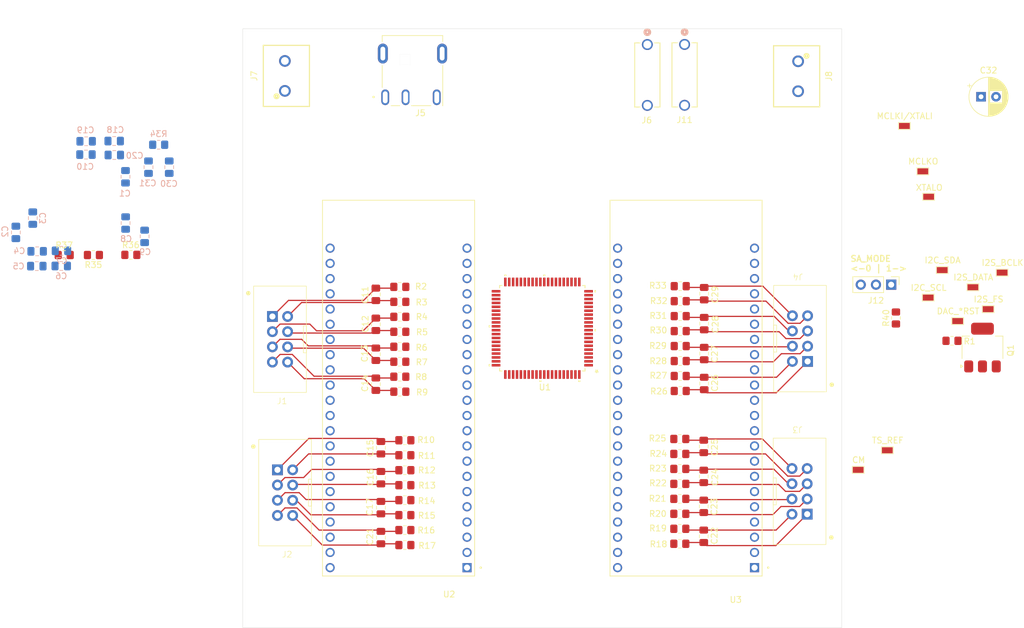
<source format=kicad_pcb>
(kicad_pcb (version 20240108) (generator "pcbnew") (generator_version "8.0")
  (layers (0 "F.Cu" signal) (31 "B.Cu" signal) (34 "B.Paste" user) (35 "F.Paste" user) (36 "B.SilkS" user "B.Silkscreen") (37 "F.SilkS" user "F.Silkscreen") (38 "B.Mask" user) (39 "F.Mask" user) (44 "Edge.Cuts" user))
  (net 0 "")
  (net 1 "+3V3")
  (net 2 "GND")
  (net 3 "Net-(U1-DAC_BIAS2)")
  (net 4 "Net-(U1-DAC_BIAS1)")
  (net 5 "Net-(U1-CM)")
  (net 6 "Net-(U1-TS_REF)")
  (net 7 "Net-(U1-DAC_BIAS4)")
  (net 8 "Net-(U1-DAC_BIAS3)")
  (net 9 "/DAC_filter/Out3N")
  (net 10 "/DAC_filter/Out3P")
  (net 11 "/DAC_filter/Out4P")
  (net 12 "/DAC_filter/Out4N")
  (net 13 "/DAC_filter1/Out3N")
  (net 14 "/DAC_filter1/Out3P")
  (net 15 "+2V5")
  (net 16 "/DAC_filter1/Out4N")
  (net 17 "/DAC_filter1/Out4P")
  (net 18 "/DAC_filter2/Out3N")
  (net 19 "/DAC_filter2/Out3P")
  (net 20 "/DAC_filter2/Out4N")
  (net 21 "/DAC_filter2/Out4P")
  (net 22 "/DAC_filter3/Out3N")
  (net 23 "/DAC_filter3/Out3P")
  (net 24 "/DAC_filter3/Out4N")
  (net 25 "/DAC_filter3/Out4P")
  (net 26 "/LF")
  (net 27 "Net-(C30-Pad2)")
  (net 28 "+5V")
  (net 29 "+24V")
  (net 30 "/VDRIVE")
  (net 31 "/DAC1P")
  (net 32 "/DAC1N")
  (net 33 "/DAC2P")
  (net 34 "/DAC2N")
  (net 35 "/DAC3P")
  (net 36 "/DAC3N")
  (net 37 "/DAC4P")
  (net 38 "/DAC4N")
  (net 39 "/DAC5P")
  (net 40 "/DAC5N")
  (net 41 "/DAC6P")
  (net 42 "/DAC6N")
  (net 43 "/DAC7P")
  (net 44 "/DAC7N")
  (net 45 "/DAC8P")
  (net 46 "/DAC8N")
  (net 47 "/DAC9P")
  (net 48 "/DAC9N")
  (net 49 "/DAC10P")
  (net 50 "/DAC10N")
  (net 51 "/DAC11P")
  (net 52 "/DAC11N")
  (net 53 "/DAC12P")
  (net 54 "/DAC12N")
  (net 55 "/DAC13P")
  (net 56 "/DAC13N")
  (net 57 "/DAC14P")
  (net 58 "/DAC14N")
  (net 59 "/DAC15P")
  (net 60 "/DAC15N")
  (net 61 "/DAC16P")
  (net 62 "/DAC16N")
  (net 63 "/DAC_*RST")
  (net 64 "/MCLKI{slash}XTALI")
  (net 65 "/XTALO")
  (net 66 "/MCLKO")
  (net 67 "/GPIO4")
  (net 68 "/GPIO5")
  (net 69 "/GPIO6")
  (net 70 "/GPIO8")
  (net 71 "/GPIO9")
  (net 74 "Net-(J12-Pin_2)")
  (net 76 "/SA_MODE")
  (net 79 "/GPIO1")
  (net 80 "/GPIO47")
  (net 81 "/GPIO42")
  (net 82 "/GPIO16")
  (net 83 "/GPIO11")
  (net 84 "/GPIO15")
  (net 85 "/GPIO10")
  (net 86 "/GPIO21")
  (net 87 "/GPIO48")
  (net 88 "/GPIO2")
  (net 89 "/RST")
  (net 90 "/GPIO17")
  (net 91 "/GPIO41")
  (net 92 "/GPIO46")
  (net 93 "/GPIO13")
  (net 94 "/GPIO43")
  (net 95 "/GPIO45")
  (net 96 "/GPIO19")
  (net 97 "/GPIO38")
  (net 98 "/GPIO18")
  (net 99 "/GPIO14")
  (net 100 "/GPIO12")
  (net 101 "/GPIO37")
  (net 102 "/GPIO35")
  (net 103 "/GPIO0")
  (net 104 "/GPIO40")
  (net 105 "/GPIO36")
  (net 106 "/GPIO20")
  (net 107 "/GPIO3")
  (net 108 "/GPIO44")
  (net 109 "/GPIO39")
  (net 110 "/DAC_filter/Out1N")
  (net 111 "/DAC_filter/Out1P")
  (net 112 "/DAC_filter/Out2N")
  (net 113 "/DAC_filter/Out2P")
  (net 114 "/DAC_filter1/Out1N")
  (net 115 "/DAC_filter1/Out1P")
  (net 116 "/DAC_filter1/Out2P")
  (net 117 "/DAC_filter1/Out2N")
  (net 118 "/DAC_filter2/Out1N")
  (net 119 "/DAC_filter2/Out1P")
  (net 120 "/DAC_filter2/Out2N")
  (net 121 "/DAC_filter2/Out2P")
  (net 122 "/DAC_filter3/Out1N")
  (net 123 "/DAC_filter3/Out1P")
  (net 124 "/DAC_filter3/Out2P")
  (net 125 "/DAC_filter3/Out2N")
  (footprint "project_lib:BHR-08-VUA" (layer "F.Cu") (at 99.28625 110.70375)
    (property "Reference" "J1")
    (property "Value" "Conn_02x04_Odd_Even")
  )
  (footprint "Resistor_SMD:R_0805_2012Metric_Pad1.20x1.40mm_HandSolder" (layer "F.Cu") (at 74.38 96.61)
    (property "Reference" "R36")
    (property "Value" "2k")
  )
  (footprint "Resistor_SMD:R_0805_2012Metric_Pad1.20x1.40mm_HandSolder" (layer "F.Cu") (at 119.28625 109.45375 180)
    (property "Reference" "R5")
    (property "Value" "500")
  )
  (footprint "Capacitor_SMD:C_0805_2012Metric_Pad1.18x1.45mm_HandSolder" (layer "F.Cu") (at 116.13 138.81 -90)
    (property "Reference" "C17")
    (property "Value" "4n")
  )
  (footprint "Resistor_SMD:R_0805_2012Metric_Pad1.20x1.40mm_HandSolder" (layer "F.Cu") (at 119.28625 116.95375 180)
    (property "Reference" "R8")
    (property "Value" "500")
  )
  (footprint "project_lib:BHR-08-VUA" (layer "F.Cu") (at 186.035 136.095 180)
    (property "Reference" "J3")
    (property "Value" "Conn_02x04_Odd_Even")
  )
  (footprint "Capacitor_SMD:C_0805_2012Metric_Pad1.18x1.45mm_HandSolder" (layer "F.Cu") (at 170.105 108.085 90)
    (property "Reference" "C28")
    (property "Value" "4n")
  )
  (footprint "Resistor_SMD:R_0805_2012Metric_Pad1.20x1.40mm_HandSolder" (layer "F.Cu") (at 166.105 119.334999)
    (property "Reference" "R26")
    (property "Value" "500")
  )
  (footprint "project_lib:TP_1.8x1mm" (layer "F.Cu") (at 207.5075 103.745)
    (property "Reference" "TP9" (hide yes))
    (property "Value" "I2C_SCL")
  )
  (footprint "Capacitor_SMD:C_0805_2012Metric_Pad1.18x1.45mm_HandSolder" (layer "F.Cu") (at 115.28625 108.20375 -90)
    (property "Reference" "C12")
    (property "Value" "4n")
  )
  (footprint "project_lib:XCVR_ESP32-S3-DEVKITC-1-N8R2" (layer "F.Cu") (at 119.08 118.86 180)
    (property "Reference" "U2")
    (property "Value" "ESP32-S3-DEVKITC-1-N8R2")
  )
  (footprint "project_lib:TP_1.8x1mm" (layer "F.Cu") (at 207.58 86.91)
    (property "Reference" "TP2" (hide yes))
    (property "Value" "XTALO")
  )
  (footprint "Capacitor_SMD:C_0805_2012Metric_Pad1.18x1.45mm_HandSolder" (layer "F.Cu") (at 115.28625 103.20375 -90)
    (property "Reference" "C11")
    (property "Value" "4n")
  )
  (footprint "project_lib:BHR-08-VUA" (layer "F.Cu") (at 186.105 110.585 180)
    (property "Reference" "J4")
    (property "Value" "Conn_02x04_Odd_Even")
  )
  (footprint "Resistor_SMD:R_0805_2012Metric_Pad1.20x1.40mm_HandSolder" (layer "F.Cu") (at 68.13 96.635 180)
    (property "Reference" "R35")
    (property "Value" "2k")
  )
  (footprint "project_lib:TP_1.8x1mm" (layer "F.Cu") (at 206.605 82.66)
    (property "Reference" "TP3" (hide yes))
    (property "Value" "MCLKO")
  )
  (footprint "Resistor_SMD:R_0805_2012Metric_Pad1.20x1.40mm_HandSolder" (layer "F.Cu") (at 202.1175 107.145 90)
    (property "Reference" "R40")
    (property "Value" "2k")
  )
  (footprint "Resistor_SMD:R_0805_2012Metric_Pad1.20x1.40mm_HandSolder" (layer "F.Cu") (at 63.255 96.635)
    (property "Reference" "R37")
    (property "Value" "2k")
  )
  (footprint "Resistor_SMD:R_0805_2012Metric_Pad1.20x1.40mm_HandSolder" (layer "F.Cu") (at 166.105 106.835)
    (property "Reference" "R31")
    (property "Value" "500")
  )
  (footprint "Resistor_SMD:R_0805_2012Metric_Pad1.20x1.40mm_HandSolder" (layer "F.Cu") (at 166.105 104.335)
    (property "Reference" "R32")
    (property "Value" "500")
  )
  (footprint "Capacitor_SMD:C_0805_2012Metric_Pad1.18x1.45mm_HandSolder" (layer "F.Cu") (at 170.035 138.594999 90)
    (property "Reference" "C23")
    (property "Value" "4n")
  )
  (footprint "Resistor_SMD:R_0805_2012Metric_Pad1.20x1.40mm_HandSolder" (layer "F.Cu") (at 120.13 127.56 180)
    (property "Reference" "R10")
    (property "Value" "500")
  )
  (footprint "project_lib:ST_80_2_ADI" (layer "F.Cu") (at 143.08 108.86 180)
    (property "Reference" "U1")
    (property "Value" "ADAU1966AWBSTZ")
  )
  (footprint "Resistor_SMD:R_0805_2012Metric_Pad1.20x1.40mm_HandSolder" (layer "F.Cu") (at 119.28625 101.95375 180)
    (property "Reference" "R2")
    (property "Value" "500")
  )
  (footprint "Resistor_SMD:R_0805_2012Metric_Pad1.20x1.40mm_HandSolder" (layer "F.Cu") (at 166.105 101.835)
    (property "Reference" "R33")
    (property "Value" "500")
  )
  (footprint "Resistor_SMD:R_0805_2012Metric_Pad1.20x1.40mm_HandSolder" (layer "F.Cu") (at 166.035 127.345)
    (property "Reference" "R25")
    (property "Value" "500")
  )
  (footprint "project_lib:XCVR_ESP32-S3-DEVKITC-1-N8R2" (layer "F.Cu") (at 167.08 118.86 180)
    (property "Reference" "U3")
    (property "Value" "ESP32-S3-DEVKITC-1-N8R2")
  )
  (footprint "project_lib:TP_1.8x1mm" (layer "F.Cu") (at 214.9675 102.015)
    (property "Reference" "TP7" (hide yes))
    (property "Value" "I2S_DATA")
  )
  (footprint "project_lib:TP_1.8x1mm" (layer "F.Cu") (at 195.82 132.5)
    (property "Reference" "TP11" (hide yes))
    (property "Value" "CM")
  )
  (footprint "Resistor_SMD:R_0805_2012Metric_Pad1.20x1.40mm_HandSolder" (layer "F.Cu") (at 166.105 111.834999)
    (property "Reference" "R29")
    (property "Value" "500")
  )
  (footprint "Resistor_SMD:R_0805_2012Metric_Pad1.20x1.40mm_HandSolder" (layer "F.Cu") (at 166.035 132.345)
    (property "Reference" "R23")
    (property "Value" "500")
  )
  (footprint "Resistor_SMD:R_0805_2012Metric_Pad1.20x1.40mm_HandSolder" (layer "F.Cu") (at 166.105 109.335)
    (property "Reference" "R30")
    (property "Value" "500")
  )
  (footprint "project_lib:CONN_0752-001" (layer "F.Cu") (at 160.6143 61.4939 -90)
    (property "Reference" "J6")
    (property "Value" "105-0752-001")
  )
  (footprint "Resistor_SMD:R_0805_2012Metric_Pad1.20x1.40mm_HandSolder" (layer "F.Cu") (at 166.105 116.834999)
    (property "Reference" "R27")
    (property "Value" "500")
  )
  (footprint "Resistor_SMD:R_0805_2012Metric_Pad1.20x1.40mm_HandSolder" (layer "F.Cu") (at 166.035 139.844999)
    (property "Reference" "R20")
    (property "Value" "500")
  )
  (footprint "Resistor_SMD:R_0805_2012Metric_Pad1.20x1.40mm_HandSolder" (layer "F.Cu") (at 120.13 145.06 180)
    (property "Reference" "R17")
    (property "Value" "500")
  )
  (footprint "Resistor_SMD:R_0805_2012Metric_Pad1.20x1.40mm_HandSolder" (layer "F.Cu") (at 119.28625 114.45375 180)
    (property "Reference" "R7")
    (property "Value" "500")
  )
  (footprint "Connector_PinHeader_2.54mm:PinHeader_1x03_P2.54mm_Vertical" (layer "F.Cu") (at 201.3275 101.585 -90)
    (property "Reference" "J12")
    (property "Value" "Conn_01x03_Pin")
  )
  (footprint "project_lib:691137710002" (layer "F.Cu") (at 100.1 66.73 90)
    (property "Reference" "J7")
    (property "Value" "Screw_Terminal_01x02")
  )
  (footprint "Capacitor_SMD:C_0805_2012Metric_Pad1.18x1.45mm_HandSolder" (layer "F.Cu") (at 170.035 143.594999 90)
    (property "Reference" "C22")
    (property "Value" "4n")
  )
  (footprint "Resistor_SMD:R_0805_2012Metric_Pad1.20x1.40mm_HandSolder" (layer "F.Cu") (at 166.105 114.334999)
    (property "Reference" "R28")
    (property "Value" "500")
  )
  (footprint "Resistor_SMD:R_0805_2012Metric_Pad1.20x1.40mm_HandSolder" (layer "F.Cu") (at 120.13 142.56 180)
    (property "Reference" "R16")
    (property "Value" "500")
  )
  (footprint "Resistor_SMD:R_0805_2012Metric_Pad1.20x1.40mm_HandSolder" (layer "F.Cu") (at 119.28625 104.45375 180)
    (property "Reference" "R3")
    (property "Value" "500")
  )
  (footprint "project_lib:TP_1.8x1mm" (layer "F.Cu") (at 217.5175 105.675)
    (property "Reference" "TP5" (hide yes))
    (property "Value" "I2S_FS")
  )
  (footprint "project_lib:TP_1.8x1mm" (layer "F.Cu") (at 219.8475 99.575)
    (property "Reference" "TP4" (hide yes))
    (property "Value" "I2S_BCLK")
  )
  (footprint "Package_TO_SOT_SMD:SOT-223-3_TabPin2" (layer "F.Cu") (at 216.5675 112.085 90)
    (property "Reference" "Q1")
    (property "Value" "FZT953")
  )
  (footprint "Resistor_SMD:R_0805_2012Metric_Pad1.20x1.40mm_HandSolder" (layer "F.Cu") (at 120.13 140.06 180)
    (property "Reference" "R15")
    (property "Value" "500")
  )
  (footprint "Resistor_SMD:R_0805_2012Metric_Pad1.20x1.40mm_HandSolder" (layer "F.Cu") (at 119.28625 106.95375 180)
    (property "Reference" "R4")
    (property "Value" "500")
  )
  (footprint "project_lib:TP_1.8x1mm" (layer "F.Cu") (at 200.68 129.235)
    (property "Reference" "TP10" (hide yes))
    (property "Value" "TS_REF")
  )
  (footprint "Resistor_SMD:R_0805_2012Metric_Pad1.20x1.40mm_HandSolder" (layer "F.Cu") (at 119.28625 111.95375 180)
    (property "Reference" "R6")
    (property "Value" "500")
  )
  (footprint "project_lib:CONN_0752-001" (layer "F.Cu") (at 166.8343 61.4739 -90)
    (property "Reference" "J11")
    (property "Value" "105-0752-001")
  )
  (footprint "project_lib:TP_1.8x1mm" (layer "F.Cu") (at 209.8475 99.155)
    (property "Reference" "TP8" (hide yes))
    (property "Value" "I2C_SDA")
  )
  (footprint "Capacitor_SMD:C_0805_2012Metric_Pad1.18x1.45mm_HandSolder" (layer "F.Cu") (at 170.105 118.084999 90)
    (property "Reference" "C26")
    (property "Value" "4n")
  )
  (footprint "Capacitor_SMD:C_0805_2012Metric_Pad1.18x1.45mm_HandSolder" (layer "F.Cu") (at 170.105 103.085 90)
    (property "Reference" "C29")
    (property "Value" "4n")
  )
  (footprint "project_lib:691137710002" (layer "F.Cu") (at 185.79 66.79 -90)
    (property "Reference" "J8")
    (property "Value" "Screw_Terminal_01x02")
  )
  (footprint "Resistor_SMD:R_0805_2012Metric_Pad1.20x1.40mm_HandSolder" (layer "F.Cu") (at 166.035 144.844999)
    (property "Reference" "R18")
    (property "Value" "500")
  )
  (footprint "Resistor_SMD:R_0805_2012Metric_Pad1.20x1.40mm_HandSolder" (layer "F.Cu") (at 120.13 135.06 180)
    (property "Reference" "R13")
    (property "Value" "500")
  )
  (footprint "Resistor_SMD:R_0805_2012Metric_Pad1.20x1.40mm_HandSolder" (layer "F.Cu") (at 119.28625 119.45375 180)
    (property "Reference" "R9")
    (property "Value" "500")
  )
  (footprint "Resistor_SMD:R_0805_2012Metric_Pad1.20x1.40mm_HandSolder" (layer "F.Cu") (at 166.035 134.845)
    (property "Reference" "R22")
    (property "Value" "500")
  )
  (footprint "Capacitor_THT:CP_Radial_D6.3mm_P2.50mm" (layer "F.Cu") (at 216.33 70.21)
    (property "Reference" "C32")
    (property "Value" "100u")
  )
  (footprint "Capacitor_SMD:C_0805_2012Metric_Pad1.18x1.45mm_HandSolder" (layer "F.Cu") (at 115.28625 118.20375 -90)
    (property "Reference" "C14")
    (property "Value" "4n")
  )
  (footprint "Resistor_SMD:R_0805_2012Metric_Pad1.20x1.40mm_HandSolder" (layer "F.Cu") (at 166.035 137.344999)
    (property "Reference" "R21")
    (property "Value" "500")
  )
  (footprint "Resistor_SMD:R_0805_2012Metric_Pad1.20x1.40mm_HandSolder" (layer "F.Cu") (at 120.13 130.06 180)
    (property "Reference" "R11")
    (property "Value" "500")
  )
  (footprint "Capacitor_SMD:C_0805_2012Metric_Pad1.18x1.45mm_HandSolder" (layer "F.Cu") (at 170.035 133.595 90)
    (property "Reference" "C24")
    (property "Value" "4n")
  )
  (footprint "project_lib:BHR-08-VUA" (layer "F.Cu") (at 100.13 136.31)
    (property "Reference" "J2")
    (property "Value" "Conn_02x04_Odd_Even")
  )
  (footprint "Resistor_SMD:R_0805_2012Metric_Pad1.20x1.40mm_HandSolder" (layer "F.Cu") (at 120.13 137.56 180)
    (property "Reference" "R14")
    (property "Value" "500")
  )
  (footprint "project_lib:TP_1.8x1mm" (layer "F.Cu") (at 203.53 75.085)
    (property "Reference" "TP1" (hide yes))
    (property "Value" "MCLKI/XTALI")
  )
  (footprint "Capacitor_SMD:C_0805_2012Metric_Pad1.18x1.45mm_HandSolder" (layer "F.Cu") (at 170.105 113.084999 90)
    (property "Reference" "C27")
    (property "Value" "4n")
  )
  (footprint "Resistor_SMD:R_0805_2012Metric_Pad1.20x1.40mm_HandSolder" (layer "F.Cu") (at 166.035 129.845)
    (property "Reference" "R24")
    (property "Value" "500")
  )
  (footprint "Resistor_SMD:R_0805_2012Metric_Pad1.20x1.40mm_HandSolder" (layer "F.Cu") (at 166.035 142.344999)
    (property "Reference" "R19")
    (property "Value" "500")
  )
  (footprint "Capacitor_SMD:C_0805_2012Metric_Pad1.18x1.45mm_HandSolder" (layer "F.Cu") (at 116.13 143.81 -90)
    (property "Reference" "C21")
    (property "Value" "4n")
  )
  (footprint "Capacitor_SMD:C_0805_2012Metric_Pad1.18x1.45mm_HandSolder" (layer "F.Cu") (at 115.28625 113.20375 -90)
    (property "Reference" "C13")
    (property "Value" "4n")
  )
  (footprint "project_lib:TP_1.8x1mm" (layer "F.Cu") (at 212.4275 107.665)
    (property "Reference" "TP6" (hide yes))
    (property "Value" "DAC_*RST")
  )
  (footprint "Capacitor_SMD:C_0805_2012Metric_Pad1.18x1.45mm_HandSolder" (layer "F.Cu") (at 116.13 128.81 -90)
    (property "Reference" "C15")
    (property "Value" "4n")
  )
  (footprint "Capacitor_SMD:C_0805_2012Metric_Pad1.18x1.45mm_HandSolder" (layer "F.Cu") (at 170.035 128.595 90)
    (property "Reference" "C25")
    (property "Value" "4n")
  )
  (footprint "Capacitor_SMD:C_0805_2012Metric_Pad1.18x1.45mm_HandSolder" (layer "F.Cu") (at 116.13 133.81 -90)
    (property "Reference" "C16")
    (property "Value" "4n")
  )
  (footprint "Resistor_SMD:R_0805_2012Metric_Pad1.20x1.40mm_HandSolder" (layer "F.Cu") (at 120.13 132.56 180)
    (property "Reference" "R12")
    (property "Value" "500")
  )
  (footprint "project_lib:TENSILITY_54-00127" (layer "F.Cu") (at 121.4025 63 180)
    (property "Reference" "J5")
    (property "Value" "54-00127")
    (fp_line (start 2.15 -0.1) (end 0.35 -0.1) (stroke (width 0.01)) (layer "Edge.Cuts"))
    (fp_line (start 2.15 -1.9) (end 2.15 -0.1) (stroke (width 0.01)) (layer "Edge.Cuts"))
    (fp_line (start 0.35 -0.1) (end 0.35 -1.9) (stroke (width 0.01)) (layer "Edge.Cuts"))
    (fp_line (start 0.35 -1.9) (end 2.15 -1.9) (stroke (width 0.01)) (layer "Edge.Cuts"))
  )
  (footprint "Resistor_SMD:R_0805_2012Metric_Pad1.20x1.40mm_HandSolder" (layer "F.Cu") (at 211.48 110.96 180)
    (property "Reference" "R1")
    (property "Value" "1k")
  )
  (footprint "Capacitor_SMD:C_0805_2012Metric_Pad1.18x1.45mm_HandSolder" (layer "B.Cu") (at 58.0075 90.4725 90)
    (property "Reference" "C3")
    (property "Value" "470n")
  )
  (footprint "Capacitor_SMD:C_0805_2012Metric_Pad1.18x1.45mm_HandSolder" (layer "B.Cu") (at 80.7875 81.9675 90)
    (property "Reference" "C30")
    (property "Value" "39n")
  )
  (footprint "Capacitor_SMD:C_0805_2012Metric_Pad1.18x1.45mm_HandSolder" (layer "B.Cu") (at 77.3275 81.9675 90)
    (property "Reference" "C31")
    (property "Value" "2.2n")
  )
  (footprint "Capacitor_SMD:C_0805_2012Metric_Pad1.18x1.45mm_HandSolder" (layer "B.Cu") (at 55.1825 92.86 -90)
    (property "Reference" "C2")
    (property "Value" "470n")
  )
  (footprint "Capacitor_SMD:C_0805_2012Metric_Pad1.18x1.45mm_HandSolder" (layer "B.Cu") (at 66.9175 77.645 180)
    (property "Reference" "C19")
    (property "Value" "10u")
  )
  (footprint "Capacitor_SMD:C_0805_2012Metric_Pad1.18x1.45mm_HandSolder" (layer "B.Cu") (at 71.5975 77.605)
    (property "Reference" "C18")
    (property "Value" "100n")
  )
  (footprint "Capacitor_SMD:C_0805_2012Metric_Pad1.18x1.45mm_HandSolder" (layer "B.Cu") (at 58.7375 96.015 180)
    (property "Reference" "C4")
    (property "Value" "100n")
  )
  (footprint "Capacitor_SMD:C_0805_2012Metric_Pad1.18x1.45mm_HandSolder" (layer "B.Cu") (at 58.6775 98.485 180)
    (property "Reference" "C5")
    (property "Value" "10u")
  )
  (footprint "Capacitor_SMD:C_0805_2012Metric_Pad1.18x1.45mm_HandSolder" (layer "B.Cu") (at 73.5075 91.295 90)
    (property "Reference" "C8")
    (property "Value" "470n")
  )
  (footprint "Capacitor_SMD:C_0805_2012Metric_Pad1.18x1.45mm_HandSolder" (layer "B.Cu") (at 71.6175 79.935)
    (property "Reference" "C20")
    (property "Value" "10u")
  )
  (footprint "Capacitor_SMD:C_0805_2012Metric_Pad1.18x1.45mm_HandSolder" (layer "B.Cu") (at 66.8875 79.865 180)
    (property "Reference" "C10")
    (property "Value" "100n")
  )
  (footprint "Capacitor_SMD:C_0805_2012Metric_Pad1.18x1.45mm_HandSolder" (layer "B.Cu") (at 76.6825 93.5225 -90)
    (property "Reference" "C9")
    (property "Value" "470n")
  )
  (footprint "Resistor_SMD:R_0805_2012Metric_Pad1.20x1.40mm_HandSolder" (layer "B.Cu") (at 79.0275 78.225 180)
    (property "Reference" "R34")
    (property "Value" "3.32k")
  )
  (footprint "Capacitor_SMD:C_0805_2012Metric_Pad1.18x1.45mm_HandSolder" (layer "B.Cu") (at 62.7975 95.935)
    (property "Reference" "C7")
    (property "Value" "100n")
  )
  (footprint "Capacitor_SMD:C_0805_2012Metric_Pad1.18x1.45mm_HandSolder" (layer "B.Cu") (at 62.7575 98.465)
    (property "Reference" "C6")
    (property "Value" "10u")
  )
  (footprint "Capacitor_SMD:C_0805_2012Metric_Pad1.18x1.45mm_HandSolder" (layer "B.Cu") (at 73.4875 83.5675 90)
    (property "Reference" "C1")
    (property "Value" "10n")
  )
  (gr_rect (start 93.08 58.86) (end 193.08 158.86) (stroke (width 0.05)) (fill none) (layer "Edge.Cuts"))
  (gr_text "SA_MODE\n<-0 | 1->\n" (at 194.4375 99.445 0) (layer "F.SilkS") (effects (font (size 1 1) (thickness 0.2) (bold yes)) (justify left bottom)))
  (segment (start 118.07375 114.24125) (end 118.28625 114.45375) (width 0.2) (layer "F.Cu") (net 9))
  (segment (start 100.7675 112.185) (end 100.55625 111.97375) (width 0.2) (layer "F.Cu") (net 9))
  (segment (start 115.12375 114.40375) (end 115.28625 114.24125) (width 0.2) (layer "F.Cu") (net 9))
  (segment (start 115.28625 114.24125) (end 113.23 112.185) (width 0.2) (layer "F.Cu") (net 9))
  (segment (start 113.23 112.185) (end 100.7675 112.185) (width 0.2) (layer "F.Cu") (net 9))
  (segment (start 115.28625 114.24125) (end 118.07375 114.24125) (width 0.2) (layer "F.Cu") (net 9))
  (segment (start 114.93 111.81) (end 104.005 111.81) (width 0.2) (layer "F.Cu") (net 10))
  (segment (start 102.905 110.71) (end 99.28 110.71) (width 0.2) (layer "F.Cu") (net 10))
  (segment (start 115.28625 112.16625) (end 118.07375 112.16625) (width 0.2) (layer "F.Cu") (net 10))
  (segment (start 99.28 110.71) (end 98.01625 111.97375) (width 0.2) (layer "F.Cu") (net 10))
  (segment (start 118.07375 112.16625) (end 118.28625 111.95375) (width 0.2) (layer "F.Cu") (net 10))
  (segment (start 104.005 111.81) (end 102.905 110.71) (width 0.2) (layer "F.Cu") (net 10))
  (segment (start 115.28625 112.16625) (end 114.93 111.81) (width 0.2) (layer "F.Cu") (net 10))
  (segment (start 115.28625 112.16625) (end 114.97375 111.85375) (width 0.2) (layer "F.Cu") (net 10))
  (segment (start 104.97 116.875) (end 101.33 113.235) (width 0.2) (layer "F.Cu") (net 11))
  (segment (start 118.07375 117.16625) (end 118.28625 116.95375) (width 0.2) (layer "F.Cu") (net 11))
  (segment (start 115.28625 117.16625) (end 114.995 116.875) (width 0.2) (layer "F.Cu") (net 11))
  (segment (start 101.33 113.235) (end 99.295 113.235) (width 0.2) (layer "F.Cu") (net 11))
  (segment (start 99.295 113.235) (end 98.01625 114.51375) (width 0.2) (layer "F.Cu") (net 11))
  (segment (start 114.995 116.875) (end 104.97 116.875) (width 0.2) (layer "F.Cu") (net 11))
  (segment (start 115.28625 117.16625) (end 118.07375 117.16625) (width 0.2) (layer "F.Cu") (net 11))
  (segment (start 118.07375 119.24125) (end 118.28625 119.45375) (width 0.2) (layer "F.Cu") (net 12))
  (segment (start 113.33 117.285) (end 115.28625 119.24125) (width 0.2) (layer "F.Cu") (net 12))
  (segment (start 100.55625 114.51375) (end 103.3275 117.285) (width 0.2) (layer "F.Cu") (net 12))
  (segment (start 115.28625 119.24125) (end 118.07375 119.24125) (width 0.2) (layer "F.Cu") (net 12))
  (segment (start 115.28625 119.24125) (end 115.07375 119.45375) (width 0.2) (layer "F.Cu") (net 12))
  (segment (start 103.3275 117.285) (end 113.33 117.285) (width 0.2) (layer "F.Cu") (net 12))
  (segment (start 101.4 137.58) (end 102 137.58) (width 0.2) (layer "F.Cu") (net 13))
  (segment (start 118.9175 139.8475) (end 119.13 140.06) (width 0.2) (layer "F.Cu") (net 13))
  (segment (start 102 137.58) (end 104.43 140.01) (width 0.2) (layer "F.Cu") (net 13))
  (segment (start 116.13 139.8475) (end 118.9175 139.8475) (width 0.2) (layer "F.Cu") (net 13))
  (segment (start 115.9675 140.01) (end 116.13 139.8475) (width 0.2) (layer "F.Cu") (net 13))
  (segment (start 104.43 140.01) (end 115.9675 140.01) (width 0.2) (layer "F.Cu") (net 13))
  (segment (start 116.13 137.7725) (end 115.8175 137.46) (width 0.2) (layer "F.Cu") (net 14))
  (segment (start 116.13 137.7725) (end 118.9175 137.7725) (width 0.2) (layer "F.Cu") (net 14))
  (segment (start 118.9175 137.7725) (end 119.13 137.56) (width 0.2) (layer "F.Cu") (net 14))
  (segment (start 103.63 137.46) (end 102.48 136.31) (width 0.2) (layer "F.Cu") (net 14))
  (segment (start 100.13 136.31) (end 98.86 137.58) (width 0.2) (layer "F.Cu") (net 14))
  (segment (start 102.48 136.31) (end 100.13 136.31) (width 0.2) (layer "F.Cu") (net 14))
  (segment (start 115.8175 137.46) (end 103.63 137.46) (width 0.2) (layer "F.Cu") (net 14))
  (segment (start 118.9175 144.8475) (end 119.13 145.06) (width 0.2) (layer "F.Cu") (net 16))
  (segment (start 116.13 144.8475) (end 115.9175 145.06) (width 0.2) (layer "F.Cu") (net 16))
  (segment (start 116.13 144.8475) (end 118.9175 144.8475) (width 0.2) (layer "F.Cu") (net 16))
  (segment (start 106.34 145.06) (end 101.4 140.12) (width 0.2) (layer "F.Cu") (net 16))
  (segment (start 115.9175 145.06) (end 106.34 145.06) (width 0.2) (layer "F.Cu") (net 16))
  (segment (start 116.13 142.7725) (end 118.9175 142.7725) (width 0.2) (layer "F.Cu") (net 17))
  (segment (start 105.814314 142.56) (end 102.114314 138.86) (width 0.2) (layer "F.Cu") (net 17))
  (segment (start 102.114314 138.86) (end 100.12 138.86) (width 0.2) (layer "F.Cu") (net 17))
  (segment (start 100.12 138.86) (end 98.86 140.12) (width 0.2) (layer "F.Cu") (net 17))
  (segment (start 116.13 142.7725) (end 115.9175 142.56) (width 0.2) (layer "F.Cu") (net 17))
  (segment (start 118.9175 142.7725) (end 119.13 142.56) (width 0.2) (layer "F.Cu") (net 17))
  (segment (start 115.9175 142.56) (end 105.814314 142.56) (width 0.2) (layer "F.Cu") (net 17))
  (segment (start 184.765 134.825) (end 184.165 134.825) (width 0.2) (layer "F.Cu") (net 18))
  (segment (start 170.035 132.5575) (end 167.2475 132.5575) (width 0.2) (layer "F.Cu") (net 18))
  (segment (start 181.735 132.395) (end 170.1975 132.395) (width 0.2) (layer "F.Cu") (net 18))
  (segment (start 167.2475 132.5575) (end 167.035 132.345) (width 0.2) (layer "F.Cu") (net 18))
  (segment (start 170.1975 132.395) (end 170.035 132.5575) (width 0.2) (layer "F.Cu") (net 18))
  (segment (start 184.165 134.825) (end 181.735 132.395) (width 0.2) (layer "F.Cu") (net 18))
  (segment (start 167.2475 134.6325) (end 167.035 134.845) (width 0.2) (layer "F.Cu") (net 19))
  (segment (start 186.035 136.095) (end 187.305 134.825) (width 0.2) (layer "F.Cu") (net 19))
  (segment (start 170.035 134.6325) (end 170.3475 134.945) (width 0.2) (layer "F.Cu") (net 19))
  (segment (start 170.035 134.6325) (end 167.2475 134.6325) (width 0.2) (layer "F.Cu") (net 19))
  (segment (start 183.685 136.095) (end 186.035 136.095) (width 0.2) (layer "F.Cu") (net 19))
  (segment (start 170.3475 134.945) (end 182.535 134.945) (width 0.2) (layer "F.Cu") (net 19))
  (segment (start 182.535 134.945) (end 183.685 136.095) (width 0.2) (layer "F.Cu") (net 19))
  (segment (start 179.825 127.345) (end 184.765 132.285) (width 0.2) (layer "F.Cu") (net 20))
  (segment (start 170.035 127.5575) (end 167.2475 127.5575) (width 0.2) (layer "F.Cu") (net 20))
  (segment (start 167.2475 127.5575) (end 167.035 127.345) (width 0.2) (layer "F.Cu") (net 20))
  (segment (start 170.035 127.5575) (end 170.2475 127.345) (width 0.2) (layer "F.Cu") (net 20))
  (segment (start 170.2475 127.345) (end 179.825 127.345) (width 0.2) (layer "F.Cu") (net 20))
  (segment (start 186.045 133.545) (end 187.305 132.285) (width 0.2) (layer "F.Cu") (net 21))
  (segment (start 170.2475 129.845) (end 180.350686 129.845) (width 0.2) (layer "F.Cu") (net 21))
  (segment (start 167.2475 129.6325) (end 167.035 129.845) (width 0.2) (layer "F.Cu") (net 21))
  (segment (start 170.035 129.6325) (end 167.2475 129.6325) (width 0.2) (layer "F.Cu") (net 21))
  (segment (start 180.350686 129.845) (end 184.050686 133.545) (width 0.2) (layer "F.Cu") (net 21))
  (segment (start 184.050686 133.545) (end 186.045 133.545) (width 0.2) (layer "F.Cu") (net 21))
  (segment (start 170.035 129.6325) (end 170.2475 129.845) (width 0.2) (layer "F.Cu") (net 21))
  (segment (start 184.835 109.315) (end 184.235 109.315) (width 0.2) (layer "F.Cu") (net 22))
  (segment (start 170.2675 106.885) (end 170.105 107.0475) (width 0.2) (layer "F.Cu") (net 22))
  (segment (start 170.105 107.0475) (end 167.3175 107.0475) (width 0.2) (layer "F.Cu") (net 22))
  (segment (start 184.235 109.315) (end 181.805 106.885) (width 0.2) (layer "F.Cu") (net 22))
  (segment (start 167.3175 107.0475) (end 167.105 106.835) (width 0.2) (layer "F.Cu") (net 22))
  (segment (start 181.805 106.885) (end 170.2675 106.885) (width 0.2) (layer "F.Cu") (net 22))
  (segment (start 167.3175 109.1225) (end 167.105 109.335) (width 0.2) (layer "F.Cu") (net 23))
  (segment (start 186.105 110.585) (end 187.375 109.315) (width 0.2) (layer "F.Cu") (net 23))
  (segment (start 183.755 110.585) (end 186.105 110.585) (width 0.2) (layer "F.Cu") (net 23))
  (segment (start 182.605 109.435) (end 183.755 110.585) (width 0.2) (layer "F.Cu") (net 23))
  (segment (start 170.105 109.1225) (end 167.3175 109.1225) (width 0.2) (layer "F.Cu") (net 23))
  (segment (start 170.105 109.1225) (end 170.4175 109.435) (width 0.2) (layer "F.Cu") (net 23))
  (segment (start 170.4175 109.435) (end 182.605 109.435) (width 0.2) (layer "F.Cu") (net 23))
  (segment (start 170.3175 101.835) (end 179.895 101.835) (width 0.2) (layer "F.Cu") (net 24))
  (segment (start 170.105 102.0475) (end 170.3175 101.835) (width 0.2) (layer "F.Cu") (net 24))
  (segment (start 170.105 102.0475) (end 167.3175 102.0475) (width 0.2) (layer "F.Cu") (net 24))
  (segment (start 167.3175 102.0475) (end 167.105 101.835) (width 0.2) (layer "F.Cu") (net 24))
  (segment (start 179.895 101.835) (end 184.835 106.775) (width 0.2) (layer "F.Cu") (net 24))
  (segment (start 184.120686 108.035) (end 186.115 108.035) (width 0.2) (layer "F.Cu") (net 25))
  (segment (start 186.115 108.035) (end 187.375 106.775) (width 0.2) (layer "F.Cu") (net 25))
  (segment (start 170.3175 104.335) (end 180.420686 104.335) (width 0.2) (layer "F.Cu") (net 25))
  (segment (start 170.105 104.1225) (end 170.3175 104.335) (width 0.2) (layer "F.Cu") (net 25))
  (segment (start 167.3175 104.1225) (end 167.105 104.335) (width 0.2) (layer "F.Cu") (net 25))
  (segment (start 170.105 104.1225) (end 167.3175 104.1225) (width 0.2) (layer "F.Cu") (net 25))
  (segment (start 180.420686 104.335) (end 184.120686 108.035) (width 0.2) (layer "F.Cu") (net 25))
  (segment (start 120.28625 109.45375) (end 120.36625 109.53375) (width 0.2) (layer "F.Cu") (net 34))
  (segment (start 120.28625 111.95375) (end 120.48625 111.75375) (width 0.2) (layer "F.Cu") (net 35))
  (segment (start 118.07375 104.24125) (end 118.28625 104.45375) (width 0.2) (layer "F.Cu") (net 110))
  (segment (start 102.89 104.56) (end 114.9675 104.56) (width 0.2) (layer "F.Cu") (net 110))
  (segment (start 100.55625 106.89375) (end 102.89 104.56) (width 0.2) (layer "F.Cu") (net 110))
  (segment (start 115.28625 104.24125) (end 118.07375 104.24125) (width 0.2) (layer "F.Cu") (net 110))
  (segment (start 114.9675 104.56) (end 115.28625 104.24125) (width 0.2) (layer "F.Cu") (net 110))
  (segment (start 118.07375 102.16625) (end 118.28625 101.95375) (width 0.2) (layer "F.Cu") (net 111))
  (segment (start 113.2425 104.21) (end 115.28625 102.16625) (width 0.2) (layer "F.Cu") (net 111))
  (segment (start 115.28625 102.16625) (end 114.77375 101.65375) (width 0.2) (layer "F.Cu") (net 111))
  (segment (start 98.01625 106.89375) (end 100.7 104.21) (width 0.2) (layer "F.Cu") (net 111))
  (segment (start 115.28625 102.16625) (end 118.07375 102.16625) (width 0.2) (layer "F.Cu") (net 111))
  (segment (start 100.7 104.21) (end 113.2425 104.21) (width 0.2) (layer "F.Cu") (net 111))
  (segment (start 118.07375 109.24125) (end 118.28625 109.45375) (width 0.2) (layer "F.Cu") (net 112))
  (segment (start 100.7825 109.66) (end 100.55625 109.43375) (width 0.2) (layer "F.Cu") (net 112))
  (segment (start 115.28625 109.24125) (end 114.8675 109.66) (width 0.2) (layer "F.Cu") (net 112))
  (segment (start 114.8675 109.66) (end 100.7825 109.66) (width 0.2) (layer "F.Cu") (net 112))
  (segment (start 115.28625 109.24125) (end 118.07375 109.24125) (width 0.2) (layer "F.Cu") (net 112))
  (segment (start 104.255 108.16) (end 105.38 109.285) (width 0.2) (layer "F.Cu") (net 113))
  (segment (start 105.38 109.285) (end 113.1675 109.285) (width 0.2) (layer "F.Cu") (net 113))
  (segment (start 113.1675 109.285) (end 115.28625 107.16625) (width 0.2) (layer "F.Cu") (net 113))
  (segment (start 99.29 108.16) (end 104.255 108.16) (width 0.2) (layer "F.Cu") (net 113))
  (segment (start 118.07375 107.16625) (end 118.28625 106.95375) (width 0.2) (layer "F.Cu") (net 113))
  (segment (start 115.28625 107.16625) (end 118.07375 107.16625) (width 0.2) (layer "F.Cu") (net 113))
  (segment (start 98.01625 109.43375) (end 99.29 108.16) (width 0.2) (layer "F.Cu") (net 113))
  (segment (start 115.28625 107.16625) (end 114.94875 106.82875) (width 0.2) (layer "F.Cu") (net 113))
  (segment (start 116.13 129.8475) (end 104.0525 129.8475) (width 0.2) (layer "F.Cu") (net 114))
  (segment (start 104.0525 129.8475) (end 101.4 132.5) (width 0.2) (layer "F.Cu") (net 114))
  (segment (start 116.13 129.8475) (end 118.9175 129.8475) (width 0.2) (layer "F.Cu") (net 114))
  (segment (start 118.9175 129.8475) (end 119.13 130.06) (width 0.2) (layer "F.Cu") (net 114))
  (segment (start 118.9175 127.7725) (end 119.13 127.56) (width 0.2) (layer "F.Cu") (net 115))
  (segment (start 115.6175 127.26) (end 104.1 127.26) (width 0.2) (layer "F.Cu") (net 115))
  (segment (start 116.13 127.7725) (end 115.6175 127.26) (width 0.2) (layer "F.Cu") (net 115))
  (segment (start 104.1 127.26) (end 98.86 132.5) (width 0.2) (layer "F.Cu") (net 115))
  (segment (start 116.13 127.7725) (end 118.9175 127.7725) (width 0.2) (layer "F.Cu") (net 115))
  (segment (start 104.58 132.435) (end 103.23 133.785) (width 0.2) (layer "F.Cu") (net 116))
  (segment (start 116.13 132.7725) (end 118.9175 132.7725) (width 0.2) (layer "F.Cu") (net 116))
  (segment (start 116.13 132.7725) (end 115.7925 132.435) (width 0.2) (layer "F.Cu") (net 116))
  (segment (start 115.7925 132.435) (end 104.58 132.435) (width 0.2) (layer "F.Cu") (net 116))
  (segment (start 103.23 133.785) (end 100.115 133.785) (width 0.2) (layer "F.Cu") (net 116))
  (segment (start 100.115 133.785) (end 98.86 135.04) (width 0.2) (layer "F.Cu") (net 116))
  (segment (start 118.9175 132.7725) (end 119.13 132.56) (width 0.2) (layer "F.Cu") (net 116))
  (segment (start 116.13 134.8475) (end 116.0425 134.935) (width 0.2) (layer "F.Cu") (net 117))
  (segment (start 101.505 134.935) (end 101.4 135.04) (width 0.2) (layer "F.Cu") (net 117))
  (segment (start 116.13 134.8475) (end 118.9175 134.8475) (width 0.2) (layer "F.Cu") (net 117))
  (segment (start 118.9175 134.8475) (end 119.13 135.06) (width 0.2) (layer "F.Cu") (net 117))
  (segment (start 116.0425 134.935) (end 101.505 134.935) (width 0.2) (layer "F.Cu") (net 117))
  (segment (start 170.035 142.5575) (end 182.1125 142.5575) (width 0.2) (layer "F.Cu") (net 118))
  (segment (start 182.1125 142.5575) (end 184.765 139.905) (width 0.2) (layer "F.Cu") (net 118))
  (segment (start 167.2475 142.5575) (end 167.035 142.345) (width 0.2) (layer "F.Cu") (net 118))
  (segment (start 170.035 142.5575) (end 167.2475 142.5575) (width 0.2) (layer "F.Cu") (net 118))
  (segment (start 182.065 145.145) (end 187.305 139.905) (width 0.2) (layer "F.Cu") (net 119))
  (segment (start 170.5475 145.145) (end 182.065 145.145) (width 0.2) (layer "F.Cu") (net 119))
  (segment (start 170.035 144.6325) (end 170.5475 145.145) (width 0.2) (layer "F.Cu") (net 119))
  (segment (start 170.035 144.6325) (end 167.2475 144.6325) (width 0.2) (layer "F.Cu") (net 119))
  (segment (start 167.2475 144.6325) (end 167.035 144.845) (width 0.2) (layer "F.Cu") (net 119))
  (segment (start 170.035 137.5575) (end 167.2475 137.5575) (width 0.2) (layer "F.Cu") (net 120))
  (segment (start 170.1225 137.47) (end 184.66 137.47) (width 0.2) (layer "F.Cu") (net 120))
  (segment (start 170.035 137.5575) (end 170.1225 137.47) (width 0.2) (layer "F.Cu") (net 120))
  (segment (start 184.66 137.47) (end 184.765 137.365) (width 0.2) (layer "F.Cu") (net 120))
  (segment (start 167.2475 137.5575) (end 167.035 137.345) (width 0.2) (layer "F.Cu") (net 120))
  (segment (start 170.035 139.6325) (end 167.2475 139.6325) (width 0.2) (layer "F.Cu") (net 121))
  (segment (start 170.035 139.6325) (end 170.3725 139.97) (width 0.2) (layer "F.Cu") (net 121))
  (segment (start 181.585 139.97) (end 182.935 138.62) (width 0.2) (layer "F.Cu") (net 121))
  (segment (start 167.2475 139.6325) (end 167.035 139.845) (width 0.2) (layer "F.Cu") (net 121))
  (segment (start 186.05 138.62) (end 187.305 137.365) (width 0.2) (layer "F.Cu") (net 121))
  (segment (start 170.3725 139.97) (end 181.585 139.97) (width 0.2) (layer "F.Cu") (net 121))
  (segment (start 182.935 138.62) (end 186.05 138.62) (width 0.2) (layer "F.Cu") (net 121))
  (segment (start 170.105 117.0475) (end 182.1825 117.0475) (width 0.2) (layer "F.Cu") (net 122))
  (segment (start 170.105 117.0475) (end 167.3175 117.0475) (width 0.2) (layer "F.Cu") (net 122))
  (segment (start 167.3175 117.0475) (end 167.105 116.835) (width 0.2) (layer "F.Cu") (net 122))
  (segment (start 182.1825 117.0475) (end 184.835 114.395) (width 0.2) (layer "F.Cu") (net 122))
  (segment (start 167.3175 119.1225) (end 167.105 119.335) (width 0.2) (layer "F.Cu") (net 123))
  (segment (start 170.105 119.1225) (end 167.3175 119.1225) (width 0.2) (layer "F.Cu") (net 123))
  (segment (start 170.6175 119.635) (end 182.135 119.635) (width 0.2) (layer "F.Cu") (net 123))
  (segment (start 170.105 119.1225) (end 170.6175 119.635) (width 0.2) (layer "F.Cu") (net 123))
  (segment (start 182.135 119.635) (end 187.375 114.395) (width 0.2) (layer "F.Cu") (net 123))
  (segment (start 170.4425 114.46) (end 181.655 114.46) (width 0.2) (layer "F.Cu") (net 124))
  (segment (start 186.12 113.11) (end 187.375 111.855) (width 0.2) (layer "F.Cu") (net 124))
  (segment (start 170.105 114.1225) (end 170.4425 114.46) (width 0.2) (layer "F.Cu") (net 124))
  (segment (start 167.3175 114.1225) (end 167.105 114.335) (width 0.2) (layer "F.Cu") (net 124))
  (segment (start 183.005 113.11) (end 186.12 113.11) (width 0.2) (layer "F.Cu") (net 124))
  (segment (start 170.105 114.1225) (end 167.3175 114.1225) (width 0.2) (layer "F.Cu") (net 124))
  (segment (start 181.655 114.46) (end 183.005 113.11) (width 0.2) (layer "F.Cu") (net 124))
  (segment (start 170.105 112.0475) (end 167.3175 112.0475) (width 0.2) (layer "F.Cu") (net 125))
  (segment (start 167.3175 112.0475) (end 167.105 111.835) (width 0.2) (layer "F.Cu") (net 125))
  (segment (start 184.73 111.96) (end 184.835 111.855) (width 0.2) (layer "F.Cu") (net 125))
  (segment (start 170.1925 111.96) (end 184.73 111.96) (width 0.2) (layer "F.Cu") (net 125))
  (segment (start 170.105 112.0475) (end 170.1925 111.96) (width 0.2) (layer "F.Cu") (net 125))
)
</source>
